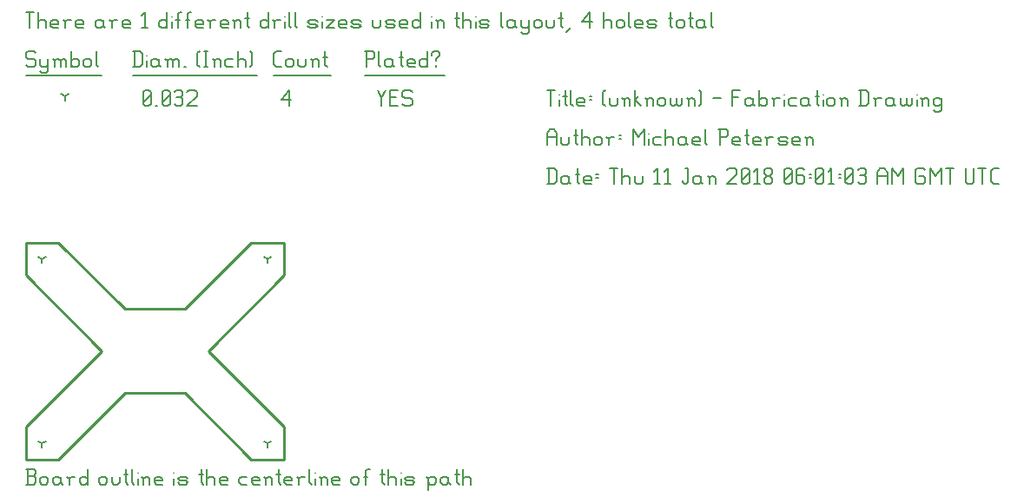
<source format=gbr>
G04 start of page 12 for group -3984 idx -3984 *
G04 Title: (unknown), fab *
G04 Creator: pcb 20140316 *
G04 CreationDate: Thu 11 Jan 2018 06:01:03 AM GMT UTC *
G04 For: railfan *
G04 Format: Gerber/RS-274X *
G04 PCB-Dimensions (mil): 992.13 834.65 *
G04 PCB-Coordinate-Origin: lower left *
%MOIN*%
%FSLAX25Y25*%
%LNFAB*%
%ADD27C,0.0100*%
%ADD26C,0.0075*%
%ADD25C,0.0060*%
%ADD24C,0.0080*%
G54D24*X6299Y77165D02*Y75565D01*
Y77165D02*X7686Y77965D01*
X6299Y77165D02*X4913Y77965D01*
X6299Y6299D02*Y4699D01*
Y6299D02*X7686Y7099D01*
X6299Y6299D02*X4913Y7099D01*
X92913Y77165D02*Y75565D01*
Y77165D02*X94300Y77965D01*
X92913Y77165D02*X91527Y77965D01*
X92913Y6299D02*Y4699D01*
Y6299D02*X94300Y7099D01*
X92913Y6299D02*X91527Y7099D01*
X15000Y139715D02*Y138115D01*
Y139715D02*X16387Y140515D01*
X15000Y139715D02*X13613Y140515D01*
G54D25*X135000Y141965D02*X136500Y138965D01*
X138000Y141965D01*
X136500Y138965D02*Y135965D01*
X139800Y139265D02*X142050D01*
X139800Y135965D02*X142800D01*
X139800Y141965D02*Y135965D01*
Y141965D02*X142800D01*
X147600D02*X148350Y141215D01*
X145350Y141965D02*X147600D01*
X144600Y141215D02*X145350Y141965D01*
X144600Y141215D02*Y139715D01*
X145350Y138965D01*
X147600D01*
X148350Y138215D01*
Y136715D01*
X147600Y135965D02*X148350Y136715D01*
X145350Y135965D02*X147600D01*
X144600Y136715D02*X145350Y135965D01*
X98000Y138215D02*X101000Y141965D01*
X98000Y138215D02*X101750D01*
X101000Y141965D02*Y135965D01*
X45000Y136715D02*X45750Y135965D01*
X45000Y141215D02*Y136715D01*
Y141215D02*X45750Y141965D01*
X47250D01*
X48000Y141215D01*
Y136715D01*
X47250Y135965D02*X48000Y136715D01*
X45750Y135965D02*X47250D01*
X45000Y137465D02*X48000Y140465D01*
X49800Y135965D02*X50550D01*
X52350Y136715D02*X53100Y135965D01*
X52350Y141215D02*Y136715D01*
Y141215D02*X53100Y141965D01*
X54600D01*
X55350Y141215D01*
Y136715D01*
X54600Y135965D02*X55350Y136715D01*
X53100Y135965D02*X54600D01*
X52350Y137465D02*X55350Y140465D01*
X57150Y141215D02*X57900Y141965D01*
X59400D01*
X60150Y141215D01*
X59400Y135965D02*X60150Y136715D01*
X57900Y135965D02*X59400D01*
X57150Y136715D02*X57900Y135965D01*
Y139265D02*X59400D01*
X60150Y141215D02*Y140015D01*
Y138515D02*Y136715D01*
Y138515D02*X59400Y139265D01*
X60150Y140015D02*X59400Y139265D01*
X61950Y141215D02*X62700Y141965D01*
X64950D01*
X65700Y141215D01*
Y139715D01*
X61950Y135965D02*X65700Y139715D01*
X61950Y135965D02*X65700D01*
X3000Y156965D02*X3750Y156215D01*
X750Y156965D02*X3000D01*
X0Y156215D02*X750Y156965D01*
X0Y156215D02*Y154715D01*
X750Y153965D01*
X3000D01*
X3750Y153215D01*
Y151715D01*
X3000Y150965D02*X3750Y151715D01*
X750Y150965D02*X3000D01*
X0Y151715D02*X750Y150965D01*
X5550Y153965D02*Y151715D01*
X6300Y150965D01*
X8550Y153965D02*Y149465D01*
X7800Y148715D02*X8550Y149465D01*
X6300Y148715D02*X7800D01*
X5550Y149465D02*X6300Y148715D01*
Y150965D02*X7800D01*
X8550Y151715D01*
X11100Y153215D02*Y150965D01*
Y153215D02*X11850Y153965D01*
X12600D01*
X13350Y153215D01*
Y150965D01*
Y153215D02*X14100Y153965D01*
X14850D01*
X15600Y153215D01*
Y150965D01*
X10350Y153965D02*X11100Y153215D01*
X17400Y156965D02*Y150965D01*
Y151715D02*X18150Y150965D01*
X19650D01*
X20400Y151715D01*
Y153215D02*Y151715D01*
X19650Y153965D02*X20400Y153215D01*
X18150Y153965D02*X19650D01*
X17400Y153215D02*X18150Y153965D01*
X22200Y153215D02*Y151715D01*
Y153215D02*X22950Y153965D01*
X24450D01*
X25200Y153215D01*
Y151715D01*
X24450Y150965D02*X25200Y151715D01*
X22950Y150965D02*X24450D01*
X22200Y151715D02*X22950Y150965D01*
X27000Y156965D02*Y151715D01*
X27750Y150965D01*
X0Y147715D02*X29250D01*
X41750Y156965D02*Y150965D01*
X43700Y156965D02*X44750Y155915D01*
Y152015D01*
X43700Y150965D02*X44750Y152015D01*
X41000Y150965D02*X43700D01*
X41000Y156965D02*X43700D01*
G54D26*X46550Y155465D02*Y155315D01*
G54D25*Y153215D02*Y150965D01*
X50300Y153965D02*X51050Y153215D01*
X48800Y153965D02*X50300D01*
X48050Y153215D02*X48800Y153965D01*
X48050Y153215D02*Y151715D01*
X48800Y150965D01*
X51050Y153965D02*Y151715D01*
X51800Y150965D01*
X48800D02*X50300D01*
X51050Y151715D01*
X54350Y153215D02*Y150965D01*
Y153215D02*X55100Y153965D01*
X55850D01*
X56600Y153215D01*
Y150965D01*
Y153215D02*X57350Y153965D01*
X58100D01*
X58850Y153215D01*
Y150965D01*
X53600Y153965D02*X54350Y153215D01*
X60650Y150965D02*X61400D01*
X65900Y151715D02*X66650Y150965D01*
X65900Y156215D02*X66650Y156965D01*
X65900Y156215D02*Y151715D01*
X68450Y156965D02*X69950D01*
X69200D02*Y150965D01*
X68450D02*X69950D01*
X72500Y153215D02*Y150965D01*
Y153215D02*X73250Y153965D01*
X74000D01*
X74750Y153215D01*
Y150965D01*
X71750Y153965D02*X72500Y153215D01*
X77300Y153965D02*X79550D01*
X76550Y153215D02*X77300Y153965D01*
X76550Y153215D02*Y151715D01*
X77300Y150965D01*
X79550D01*
X81350Y156965D02*Y150965D01*
Y153215D02*X82100Y153965D01*
X83600D01*
X84350Y153215D01*
Y150965D01*
X86150Y156965D02*X86900Y156215D01*
Y151715D01*
X86150Y150965D02*X86900Y151715D01*
X41000Y147715D02*X88700D01*
X96050Y150965D02*X98000D01*
X95000Y152015D02*X96050Y150965D01*
X95000Y155915D02*Y152015D01*
Y155915D02*X96050Y156965D01*
X98000D01*
X99800Y153215D02*Y151715D01*
Y153215D02*X100550Y153965D01*
X102050D01*
X102800Y153215D01*
Y151715D01*
X102050Y150965D02*X102800Y151715D01*
X100550Y150965D02*X102050D01*
X99800Y151715D02*X100550Y150965D01*
X104600Y153965D02*Y151715D01*
X105350Y150965D01*
X106850D01*
X107600Y151715D01*
Y153965D02*Y151715D01*
X110150Y153215D02*Y150965D01*
Y153215D02*X110900Y153965D01*
X111650D01*
X112400Y153215D01*
Y150965D01*
X109400Y153965D02*X110150Y153215D01*
X114950Y156965D02*Y151715D01*
X115700Y150965D01*
X114200Y154715D02*X115700D01*
X95000Y147715D02*X117200D01*
X130750Y156965D02*Y150965D01*
X130000Y156965D02*X133000D01*
X133750Y156215D01*
Y154715D01*
X133000Y153965D02*X133750Y154715D01*
X130750Y153965D02*X133000D01*
X135550Y156965D02*Y151715D01*
X136300Y150965D01*
X140050Y153965D02*X140800Y153215D01*
X138550Y153965D02*X140050D01*
X137800Y153215D02*X138550Y153965D01*
X137800Y153215D02*Y151715D01*
X138550Y150965D01*
X140800Y153965D02*Y151715D01*
X141550Y150965D01*
X138550D02*X140050D01*
X140800Y151715D01*
X144100Y156965D02*Y151715D01*
X144850Y150965D01*
X143350Y154715D02*X144850D01*
X147100Y150965D02*X149350D01*
X146350Y151715D02*X147100Y150965D01*
X146350Y153215D02*Y151715D01*
Y153215D02*X147100Y153965D01*
X148600D01*
X149350Y153215D01*
X146350Y152465D02*X149350D01*
Y153215D02*Y152465D01*
X154150Y156965D02*Y150965D01*
X153400D02*X154150Y151715D01*
X151900Y150965D02*X153400D01*
X151150Y151715D02*X151900Y150965D01*
X151150Y153215D02*Y151715D01*
Y153215D02*X151900Y153965D01*
X153400D01*
X154150Y153215D01*
X157450Y153965D02*Y153215D01*
Y151715D02*Y150965D01*
X155950Y156215D02*Y155465D01*
Y156215D02*X156700Y156965D01*
X158200D01*
X158950Y156215D01*
Y155465D01*
X157450Y153965D02*X158950Y155465D01*
X130000Y147715D02*X160750D01*
X0Y171965D02*X3000D01*
X1500D02*Y165965D01*
X4800Y171965D02*Y165965D01*
Y168215D02*X5550Y168965D01*
X7050D01*
X7800Y168215D01*
Y165965D01*
X10350D02*X12600D01*
X9600Y166715D02*X10350Y165965D01*
X9600Y168215D02*Y166715D01*
Y168215D02*X10350Y168965D01*
X11850D01*
X12600Y168215D01*
X9600Y167465D02*X12600D01*
Y168215D02*Y167465D01*
X15150Y168215D02*Y165965D01*
Y168215D02*X15900Y168965D01*
X17400D01*
X14400D02*X15150Y168215D01*
X19950Y165965D02*X22200D01*
X19200Y166715D02*X19950Y165965D01*
X19200Y168215D02*Y166715D01*
Y168215D02*X19950Y168965D01*
X21450D01*
X22200Y168215D01*
X19200Y167465D02*X22200D01*
Y168215D02*Y167465D01*
X28950Y168965D02*X29700Y168215D01*
X27450Y168965D02*X28950D01*
X26700Y168215D02*X27450Y168965D01*
X26700Y168215D02*Y166715D01*
X27450Y165965D01*
X29700Y168965D02*Y166715D01*
X30450Y165965D01*
X27450D02*X28950D01*
X29700Y166715D01*
X33000Y168215D02*Y165965D01*
Y168215D02*X33750Y168965D01*
X35250D01*
X32250D02*X33000Y168215D01*
X37800Y165965D02*X40050D01*
X37050Y166715D02*X37800Y165965D01*
X37050Y168215D02*Y166715D01*
Y168215D02*X37800Y168965D01*
X39300D01*
X40050Y168215D01*
X37050Y167465D02*X40050D01*
Y168215D02*Y167465D01*
X44550Y170765D02*X45750Y171965D01*
Y165965D01*
X44550D02*X46800D01*
X54300Y171965D02*Y165965D01*
X53550D02*X54300Y166715D01*
X52050Y165965D02*X53550D01*
X51300Y166715D02*X52050Y165965D01*
X51300Y168215D02*Y166715D01*
Y168215D02*X52050Y168965D01*
X53550D01*
X54300Y168215D01*
G54D26*X56100Y170465D02*Y170315D01*
G54D25*Y168215D02*Y165965D01*
X58350Y171215D02*Y165965D01*
Y171215D02*X59100Y171965D01*
X59850D01*
X57600Y168965D02*X59100D01*
X62100Y171215D02*Y165965D01*
Y171215D02*X62850Y171965D01*
X63600D01*
X61350Y168965D02*X62850D01*
X65850Y165965D02*X68100D01*
X65100Y166715D02*X65850Y165965D01*
X65100Y168215D02*Y166715D01*
Y168215D02*X65850Y168965D01*
X67350D01*
X68100Y168215D01*
X65100Y167465D02*X68100D01*
Y168215D02*Y167465D01*
X70650Y168215D02*Y165965D01*
Y168215D02*X71400Y168965D01*
X72900D01*
X69900D02*X70650Y168215D01*
X75450Y165965D02*X77700D01*
X74700Y166715D02*X75450Y165965D01*
X74700Y168215D02*Y166715D01*
Y168215D02*X75450Y168965D01*
X76950D01*
X77700Y168215D01*
X74700Y167465D02*X77700D01*
Y168215D02*Y167465D01*
X80250Y168215D02*Y165965D01*
Y168215D02*X81000Y168965D01*
X81750D01*
X82500Y168215D01*
Y165965D01*
X79500Y168965D02*X80250Y168215D01*
X85050Y171965D02*Y166715D01*
X85800Y165965D01*
X84300Y169715D02*X85800D01*
X93000Y171965D02*Y165965D01*
X92250D02*X93000Y166715D01*
X90750Y165965D02*X92250D01*
X90000Y166715D02*X90750Y165965D01*
X90000Y168215D02*Y166715D01*
Y168215D02*X90750Y168965D01*
X92250D01*
X93000Y168215D01*
X95550D02*Y165965D01*
Y168215D02*X96300Y168965D01*
X97800D01*
X94800D02*X95550Y168215D01*
G54D26*X99600Y170465D02*Y170315D01*
G54D25*Y168215D02*Y165965D01*
X101100Y171965D02*Y166715D01*
X101850Y165965D01*
X103350Y171965D02*Y166715D01*
X104100Y165965D01*
X109050D02*X111300D01*
X112050Y166715D01*
X111300Y167465D02*X112050Y166715D01*
X109050Y167465D02*X111300D01*
X108300Y168215D02*X109050Y167465D01*
X108300Y168215D02*X109050Y168965D01*
X111300D01*
X112050Y168215D01*
X108300Y166715D02*X109050Y165965D01*
G54D26*X113850Y170465D02*Y170315D01*
G54D25*Y168215D02*Y165965D01*
X115350Y168965D02*X118350D01*
X115350Y165965D02*X118350Y168965D01*
X115350Y165965D02*X118350D01*
X120900D02*X123150D01*
X120150Y166715D02*X120900Y165965D01*
X120150Y168215D02*Y166715D01*
Y168215D02*X120900Y168965D01*
X122400D01*
X123150Y168215D01*
X120150Y167465D02*X123150D01*
Y168215D02*Y167465D01*
X125700Y165965D02*X127950D01*
X128700Y166715D01*
X127950Y167465D02*X128700Y166715D01*
X125700Y167465D02*X127950D01*
X124950Y168215D02*X125700Y167465D01*
X124950Y168215D02*X125700Y168965D01*
X127950D01*
X128700Y168215D01*
X124950Y166715D02*X125700Y165965D01*
X133200Y168965D02*Y166715D01*
X133950Y165965D01*
X135450D01*
X136200Y166715D01*
Y168965D02*Y166715D01*
X138750Y165965D02*X141000D01*
X141750Y166715D01*
X141000Y167465D02*X141750Y166715D01*
X138750Y167465D02*X141000D01*
X138000Y168215D02*X138750Y167465D01*
X138000Y168215D02*X138750Y168965D01*
X141000D01*
X141750Y168215D01*
X138000Y166715D02*X138750Y165965D01*
X144300D02*X146550D01*
X143550Y166715D02*X144300Y165965D01*
X143550Y168215D02*Y166715D01*
Y168215D02*X144300Y168965D01*
X145800D01*
X146550Y168215D01*
X143550Y167465D02*X146550D01*
Y168215D02*Y167465D01*
X151350Y171965D02*Y165965D01*
X150600D02*X151350Y166715D01*
X149100Y165965D02*X150600D01*
X148350Y166715D02*X149100Y165965D01*
X148350Y168215D02*Y166715D01*
Y168215D02*X149100Y168965D01*
X150600D01*
X151350Y168215D01*
G54D26*X155850Y170465D02*Y170315D01*
G54D25*Y168215D02*Y165965D01*
X158100Y168215D02*Y165965D01*
Y168215D02*X158850Y168965D01*
X159600D01*
X160350Y168215D01*
Y165965D01*
X157350Y168965D02*X158100Y168215D01*
X165600Y171965D02*Y166715D01*
X166350Y165965D01*
X164850Y169715D02*X166350D01*
X167850Y171965D02*Y165965D01*
Y168215D02*X168600Y168965D01*
X170100D01*
X170850Y168215D01*
Y165965D01*
G54D26*X172650Y170465D02*Y170315D01*
G54D25*Y168215D02*Y165965D01*
X174900D02*X177150D01*
X177900Y166715D01*
X177150Y167465D02*X177900Y166715D01*
X174900Y167465D02*X177150D01*
X174150Y168215D02*X174900Y167465D01*
X174150Y168215D02*X174900Y168965D01*
X177150D01*
X177900Y168215D01*
X174150Y166715D02*X174900Y165965D01*
X182400Y171965D02*Y166715D01*
X183150Y165965D01*
X186900Y168965D02*X187650Y168215D01*
X185400Y168965D02*X186900D01*
X184650Y168215D02*X185400Y168965D01*
X184650Y168215D02*Y166715D01*
X185400Y165965D01*
X187650Y168965D02*Y166715D01*
X188400Y165965D01*
X185400D02*X186900D01*
X187650Y166715D01*
X190200Y168965D02*Y166715D01*
X190950Y165965D01*
X193200Y168965D02*Y164465D01*
X192450Y163715D02*X193200Y164465D01*
X190950Y163715D02*X192450D01*
X190200Y164465D02*X190950Y163715D01*
Y165965D02*X192450D01*
X193200Y166715D01*
X195000Y168215D02*Y166715D01*
Y168215D02*X195750Y168965D01*
X197250D01*
X198000Y168215D01*
Y166715D01*
X197250Y165965D02*X198000Y166715D01*
X195750Y165965D02*X197250D01*
X195000Y166715D02*X195750Y165965D01*
X199800Y168965D02*Y166715D01*
X200550Y165965D01*
X202050D01*
X202800Y166715D01*
Y168965D02*Y166715D01*
X205350Y171965D02*Y166715D01*
X206100Y165965D01*
X204600Y169715D02*X206100D01*
X207600Y164465D02*X209100Y165965D01*
X213600Y168215D02*X216600Y171965D01*
X213600Y168215D02*X217350D01*
X216600Y171965D02*Y165965D01*
X221850Y171965D02*Y165965D01*
Y168215D02*X222600Y168965D01*
X224100D01*
X224850Y168215D01*
Y165965D01*
X226650Y168215D02*Y166715D01*
Y168215D02*X227400Y168965D01*
X228900D01*
X229650Y168215D01*
Y166715D01*
X228900Y165965D02*X229650Y166715D01*
X227400Y165965D02*X228900D01*
X226650Y166715D02*X227400Y165965D01*
X231450Y171965D02*Y166715D01*
X232200Y165965D01*
X234450D02*X236700D01*
X233700Y166715D02*X234450Y165965D01*
X233700Y168215D02*Y166715D01*
Y168215D02*X234450Y168965D01*
X235950D01*
X236700Y168215D01*
X233700Y167465D02*X236700D01*
Y168215D02*Y167465D01*
X239250Y165965D02*X241500D01*
X242250Y166715D01*
X241500Y167465D02*X242250Y166715D01*
X239250Y167465D02*X241500D01*
X238500Y168215D02*X239250Y167465D01*
X238500Y168215D02*X239250Y168965D01*
X241500D01*
X242250Y168215D01*
X238500Y166715D02*X239250Y165965D01*
X247500Y171965D02*Y166715D01*
X248250Y165965D01*
X246750Y169715D02*X248250D01*
X249750Y168215D02*Y166715D01*
Y168215D02*X250500Y168965D01*
X252000D01*
X252750Y168215D01*
Y166715D01*
X252000Y165965D02*X252750Y166715D01*
X250500Y165965D02*X252000D01*
X249750Y166715D02*X250500Y165965D01*
X255300Y171965D02*Y166715D01*
X256050Y165965D01*
X254550Y169715D02*X256050D01*
X259800Y168965D02*X260550Y168215D01*
X258300Y168965D02*X259800D01*
X257550Y168215D02*X258300Y168965D01*
X257550Y168215D02*Y166715D01*
X258300Y165965D01*
X260550Y168965D02*Y166715D01*
X261300Y165965D01*
X258300D02*X259800D01*
X260550Y166715D01*
X263100Y171965D02*Y166715D01*
X263850Y165965D01*
G54D27*X0Y83465D02*Y70866D01*
Y83465D02*X12598D01*
X99213D02*Y70866D01*
X86614Y83465D02*X99213D01*
Y0D02*Y12598D01*
X86614Y0D02*X99213D01*
X0Y12598D02*Y0D01*
X12598D01*
X0Y70866D02*X29134Y41732D01*
X0Y12598D01*
X99213Y70866D02*X70079Y41732D01*
X99213Y12598D01*
X12598Y0D02*X38189Y25591D01*
X86614Y0D02*X61024Y25591D01*
X38189D01*
X12598Y83465D02*X38189Y57874D01*
X86614Y83465D02*X61024Y57874D01*
X38189D01*
G54D25*X0Y-9500D02*X3000D01*
X3750Y-8750D01*
Y-6950D02*Y-8750D01*
X3000Y-6200D02*X3750Y-6950D01*
X750Y-6200D02*X3000D01*
X750Y-3500D02*Y-9500D01*
X0Y-3500D02*X3000D01*
X3750Y-4250D01*
Y-5450D01*
X3000Y-6200D02*X3750Y-5450D01*
X5550Y-7250D02*Y-8750D01*
Y-7250D02*X6300Y-6500D01*
X7800D01*
X8550Y-7250D01*
Y-8750D01*
X7800Y-9500D02*X8550Y-8750D01*
X6300Y-9500D02*X7800D01*
X5550Y-8750D02*X6300Y-9500D01*
X12600Y-6500D02*X13350Y-7250D01*
X11100Y-6500D02*X12600D01*
X10350Y-7250D02*X11100Y-6500D01*
X10350Y-7250D02*Y-8750D01*
X11100Y-9500D01*
X13350Y-6500D02*Y-8750D01*
X14100Y-9500D01*
X11100D02*X12600D01*
X13350Y-8750D01*
X16650Y-7250D02*Y-9500D01*
Y-7250D02*X17400Y-6500D01*
X18900D01*
X15900D02*X16650Y-7250D01*
X23700Y-3500D02*Y-9500D01*
X22950D02*X23700Y-8750D01*
X21450Y-9500D02*X22950D01*
X20700Y-8750D02*X21450Y-9500D01*
X20700Y-7250D02*Y-8750D01*
Y-7250D02*X21450Y-6500D01*
X22950D01*
X23700Y-7250D01*
X28200D02*Y-8750D01*
Y-7250D02*X28950Y-6500D01*
X30450D01*
X31200Y-7250D01*
Y-8750D01*
X30450Y-9500D02*X31200Y-8750D01*
X28950Y-9500D02*X30450D01*
X28200Y-8750D02*X28950Y-9500D01*
X33000Y-6500D02*Y-8750D01*
X33750Y-9500D01*
X35250D01*
X36000Y-8750D01*
Y-6500D02*Y-8750D01*
X38550Y-3500D02*Y-8750D01*
X39300Y-9500D01*
X37800Y-5750D02*X39300D01*
X40800Y-3500D02*Y-8750D01*
X41550Y-9500D01*
G54D26*X43050Y-5000D02*Y-5150D01*
G54D25*Y-7250D02*Y-9500D01*
X45300Y-7250D02*Y-9500D01*
Y-7250D02*X46050Y-6500D01*
X46800D01*
X47550Y-7250D01*
Y-9500D01*
X44550Y-6500D02*X45300Y-7250D01*
X50100Y-9500D02*X52350D01*
X49350Y-8750D02*X50100Y-9500D01*
X49350Y-7250D02*Y-8750D01*
Y-7250D02*X50100Y-6500D01*
X51600D01*
X52350Y-7250D01*
X49350Y-8000D02*X52350D01*
Y-7250D02*Y-8000D01*
G54D26*X56850Y-5000D02*Y-5150D01*
G54D25*Y-7250D02*Y-9500D01*
X59100D02*X61350D01*
X62100Y-8750D01*
X61350Y-8000D02*X62100Y-8750D01*
X59100Y-8000D02*X61350D01*
X58350Y-7250D02*X59100Y-8000D01*
X58350Y-7250D02*X59100Y-6500D01*
X61350D01*
X62100Y-7250D01*
X58350Y-8750D02*X59100Y-9500D01*
X67350Y-3500D02*Y-8750D01*
X68100Y-9500D01*
X66600Y-5750D02*X68100D01*
X69600Y-3500D02*Y-9500D01*
Y-7250D02*X70350Y-6500D01*
X71850D01*
X72600Y-7250D01*
Y-9500D01*
X75150D02*X77400D01*
X74400Y-8750D02*X75150Y-9500D01*
X74400Y-7250D02*Y-8750D01*
Y-7250D02*X75150Y-6500D01*
X76650D01*
X77400Y-7250D01*
X74400Y-8000D02*X77400D01*
Y-7250D02*Y-8000D01*
X82650Y-6500D02*X84900D01*
X81900Y-7250D02*X82650Y-6500D01*
X81900Y-7250D02*Y-8750D01*
X82650Y-9500D01*
X84900D01*
X87450D02*X89700D01*
X86700Y-8750D02*X87450Y-9500D01*
X86700Y-7250D02*Y-8750D01*
Y-7250D02*X87450Y-6500D01*
X88950D01*
X89700Y-7250D01*
X86700Y-8000D02*X89700D01*
Y-7250D02*Y-8000D01*
X92250Y-7250D02*Y-9500D01*
Y-7250D02*X93000Y-6500D01*
X93750D01*
X94500Y-7250D01*
Y-9500D01*
X91500Y-6500D02*X92250Y-7250D01*
X97050Y-3500D02*Y-8750D01*
X97800Y-9500D01*
X96300Y-5750D02*X97800D01*
X100050Y-9500D02*X102300D01*
X99300Y-8750D02*X100050Y-9500D01*
X99300Y-7250D02*Y-8750D01*
Y-7250D02*X100050Y-6500D01*
X101550D01*
X102300Y-7250D01*
X99300Y-8000D02*X102300D01*
Y-7250D02*Y-8000D01*
X104850Y-7250D02*Y-9500D01*
Y-7250D02*X105600Y-6500D01*
X107100D01*
X104100D02*X104850Y-7250D01*
X108900Y-3500D02*Y-8750D01*
X109650Y-9500D01*
G54D26*X111150Y-5000D02*Y-5150D01*
G54D25*Y-7250D02*Y-9500D01*
X113400Y-7250D02*Y-9500D01*
Y-7250D02*X114150Y-6500D01*
X114900D01*
X115650Y-7250D01*
Y-9500D01*
X112650Y-6500D02*X113400Y-7250D01*
X118200Y-9500D02*X120450D01*
X117450Y-8750D02*X118200Y-9500D01*
X117450Y-7250D02*Y-8750D01*
Y-7250D02*X118200Y-6500D01*
X119700D01*
X120450Y-7250D01*
X117450Y-8000D02*X120450D01*
Y-7250D02*Y-8000D01*
X124950Y-7250D02*Y-8750D01*
Y-7250D02*X125700Y-6500D01*
X127200D01*
X127950Y-7250D01*
Y-8750D01*
X127200Y-9500D02*X127950Y-8750D01*
X125700Y-9500D02*X127200D01*
X124950Y-8750D02*X125700Y-9500D01*
X130500Y-4250D02*Y-9500D01*
Y-4250D02*X131250Y-3500D01*
X132000D01*
X129750Y-6500D02*X131250D01*
X136950Y-3500D02*Y-8750D01*
X137700Y-9500D01*
X136200Y-5750D02*X137700D01*
X139200Y-3500D02*Y-9500D01*
Y-7250D02*X139950Y-6500D01*
X141450D01*
X142200Y-7250D01*
Y-9500D01*
G54D26*X144000Y-5000D02*Y-5150D01*
G54D25*Y-7250D02*Y-9500D01*
X146250D02*X148500D01*
X149250Y-8750D01*
X148500Y-8000D02*X149250Y-8750D01*
X146250Y-8000D02*X148500D01*
X145500Y-7250D02*X146250Y-8000D01*
X145500Y-7250D02*X146250Y-6500D01*
X148500D01*
X149250Y-7250D01*
X145500Y-8750D02*X146250Y-9500D01*
X154500Y-7250D02*Y-11750D01*
X153750Y-6500D02*X154500Y-7250D01*
X155250Y-6500D01*
X156750D01*
X157500Y-7250D01*
Y-8750D01*
X156750Y-9500D02*X157500Y-8750D01*
X155250Y-9500D02*X156750D01*
X154500Y-8750D02*X155250Y-9500D01*
X161550Y-6500D02*X162300Y-7250D01*
X160050Y-6500D02*X161550D01*
X159300Y-7250D02*X160050Y-6500D01*
X159300Y-7250D02*Y-8750D01*
X160050Y-9500D01*
X162300Y-6500D02*Y-8750D01*
X163050Y-9500D01*
X160050D02*X161550D01*
X162300Y-8750D01*
X165600Y-3500D02*Y-8750D01*
X166350Y-9500D01*
X164850Y-5750D02*X166350D01*
X167850Y-3500D02*Y-9500D01*
Y-7250D02*X168600Y-6500D01*
X170100D01*
X170850Y-7250D01*
Y-9500D01*
X200750Y111965D02*Y105965D01*
X202700Y111965D02*X203750Y110915D01*
Y107015D01*
X202700Y105965D02*X203750Y107015D01*
X200000Y105965D02*X202700D01*
X200000Y111965D02*X202700D01*
X207800Y108965D02*X208550Y108215D01*
X206300Y108965D02*X207800D01*
X205550Y108215D02*X206300Y108965D01*
X205550Y108215D02*Y106715D01*
X206300Y105965D01*
X208550Y108965D02*Y106715D01*
X209300Y105965D01*
X206300D02*X207800D01*
X208550Y106715D01*
X211850Y111965D02*Y106715D01*
X212600Y105965D01*
X211100Y109715D02*X212600D01*
X214850Y105965D02*X217100D01*
X214100Y106715D02*X214850Y105965D01*
X214100Y108215D02*Y106715D01*
Y108215D02*X214850Y108965D01*
X216350D01*
X217100Y108215D01*
X214100Y107465D02*X217100D01*
Y108215D02*Y107465D01*
X218900Y109715D02*X219650D01*
X218900Y108215D02*X219650D01*
X224150Y111965D02*X227150D01*
X225650D02*Y105965D01*
X228950Y111965D02*Y105965D01*
Y108215D02*X229700Y108965D01*
X231200D01*
X231950Y108215D01*
Y105965D01*
X233750Y108965D02*Y106715D01*
X234500Y105965D01*
X236000D01*
X236750Y106715D01*
Y108965D02*Y106715D01*
X241250Y110765D02*X242450Y111965D01*
Y105965D01*
X241250D02*X243500D01*
X245300Y110765D02*X246500Y111965D01*
Y105965D01*
X245300D02*X247550D01*
X253100Y111965D02*X254300D01*
Y106715D01*
X253550Y105965D02*X254300Y106715D01*
X252800Y105965D02*X253550D01*
X252050Y106715D02*X252800Y105965D01*
X252050Y107465D02*Y106715D01*
X258350Y108965D02*X259100Y108215D01*
X256850Y108965D02*X258350D01*
X256100Y108215D02*X256850Y108965D01*
X256100Y108215D02*Y106715D01*
X256850Y105965D01*
X259100Y108965D02*Y106715D01*
X259850Y105965D01*
X256850D02*X258350D01*
X259100Y106715D01*
X262400Y108215D02*Y105965D01*
Y108215D02*X263150Y108965D01*
X263900D01*
X264650Y108215D01*
Y105965D01*
X261650Y108965D02*X262400Y108215D01*
X269150Y111215D02*X269900Y111965D01*
X272150D01*
X272900Y111215D01*
Y109715D01*
X269150Y105965D02*X272900Y109715D01*
X269150Y105965D02*X272900D01*
X274700Y106715D02*X275450Y105965D01*
X274700Y111215D02*Y106715D01*
Y111215D02*X275450Y111965D01*
X276950D01*
X277700Y111215D01*
Y106715D01*
X276950Y105965D02*X277700Y106715D01*
X275450Y105965D02*X276950D01*
X274700Y107465D02*X277700Y110465D01*
X279500Y110765D02*X280700Y111965D01*
Y105965D01*
X279500D02*X281750D01*
X283550Y106715D02*X284300Y105965D01*
X283550Y107915D02*Y106715D01*
Y107915D02*X284600Y108965D01*
X285500D01*
X286550Y107915D01*
Y106715D01*
X285800Y105965D02*X286550Y106715D01*
X284300Y105965D02*X285800D01*
X283550Y110015D02*X284600Y108965D01*
X283550Y111215D02*Y110015D01*
Y111215D02*X284300Y111965D01*
X285800D01*
X286550Y111215D01*
Y110015D01*
X285500Y108965D02*X286550Y110015D01*
X291050Y106715D02*X291800Y105965D01*
X291050Y111215D02*Y106715D01*
Y111215D02*X291800Y111965D01*
X293300D01*
X294050Y111215D01*
Y106715D01*
X293300Y105965D02*X294050Y106715D01*
X291800Y105965D02*X293300D01*
X291050Y107465D02*X294050Y110465D01*
X298100Y111965D02*X298850Y111215D01*
X296600Y111965D02*X298100D01*
X295850Y111215D02*X296600Y111965D01*
X295850Y111215D02*Y106715D01*
X296600Y105965D01*
X298100Y109265D02*X298850Y108515D01*
X295850Y109265D02*X298100D01*
X296600Y105965D02*X298100D01*
X298850Y106715D01*
Y108515D02*Y106715D01*
X300650Y109715D02*X301400D01*
X300650Y108215D02*X301400D01*
X303200Y106715D02*X303950Y105965D01*
X303200Y111215D02*Y106715D01*
Y111215D02*X303950Y111965D01*
X305450D01*
X306200Y111215D01*
Y106715D01*
X305450Y105965D02*X306200Y106715D01*
X303950Y105965D02*X305450D01*
X303200Y107465D02*X306200Y110465D01*
X308000Y110765D02*X309200Y111965D01*
Y105965D01*
X308000D02*X310250D01*
X312050Y109715D02*X312800D01*
X312050Y108215D02*X312800D01*
X314600Y106715D02*X315350Y105965D01*
X314600Y111215D02*Y106715D01*
Y111215D02*X315350Y111965D01*
X316850D01*
X317600Y111215D01*
Y106715D01*
X316850Y105965D02*X317600Y106715D01*
X315350Y105965D02*X316850D01*
X314600Y107465D02*X317600Y110465D01*
X319400Y111215D02*X320150Y111965D01*
X321650D01*
X322400Y111215D01*
X321650Y105965D02*X322400Y106715D01*
X320150Y105965D02*X321650D01*
X319400Y106715D02*X320150Y105965D01*
Y109265D02*X321650D01*
X322400Y111215D02*Y110015D01*
Y108515D02*Y106715D01*
Y108515D02*X321650Y109265D01*
X322400Y110015D02*X321650Y109265D01*
X326900Y110465D02*Y105965D01*
Y110465D02*X327950Y111965D01*
X329600D01*
X330650Y110465D01*
Y105965D01*
X326900Y108965D02*X330650D01*
X332450Y111965D02*Y105965D01*
Y111965D02*X334700Y108965D01*
X336950Y111965D01*
Y105965D01*
X344450Y111965D02*X345200Y111215D01*
X342200Y111965D02*X344450D01*
X341450Y111215D02*X342200Y111965D01*
X341450Y111215D02*Y106715D01*
X342200Y105965D01*
X344450D01*
X345200Y106715D01*
Y108215D02*Y106715D01*
X344450Y108965D02*X345200Y108215D01*
X342950Y108965D02*X344450D01*
X347000Y111965D02*Y105965D01*
Y111965D02*X349250Y108965D01*
X351500Y111965D01*
Y105965D01*
X353300Y111965D02*X356300D01*
X354800D02*Y105965D01*
X360800Y111965D02*Y106715D01*
X361550Y105965D01*
X363050D01*
X363800Y106715D01*
Y111965D02*Y106715D01*
X365600Y111965D02*X368600D01*
X367100D02*Y105965D01*
X371450D02*X373400D01*
X370400Y107015D02*X371450Y105965D01*
X370400Y110915D02*Y107015D01*
Y110915D02*X371450Y111965D01*
X373400D01*
X200000Y125465D02*Y120965D01*
Y125465D02*X201050Y126965D01*
X202700D01*
X203750Y125465D01*
Y120965D01*
X200000Y123965D02*X203750D01*
X205550D02*Y121715D01*
X206300Y120965D01*
X207800D01*
X208550Y121715D01*
Y123965D02*Y121715D01*
X211100Y126965D02*Y121715D01*
X211850Y120965D01*
X210350Y124715D02*X211850D01*
X213350Y126965D02*Y120965D01*
Y123215D02*X214100Y123965D01*
X215600D01*
X216350Y123215D01*
Y120965D01*
X218150Y123215D02*Y121715D01*
Y123215D02*X218900Y123965D01*
X220400D01*
X221150Y123215D01*
Y121715D01*
X220400Y120965D02*X221150Y121715D01*
X218900Y120965D02*X220400D01*
X218150Y121715D02*X218900Y120965D01*
X223700Y123215D02*Y120965D01*
Y123215D02*X224450Y123965D01*
X225950D01*
X222950D02*X223700Y123215D01*
X227750Y124715D02*X228500D01*
X227750Y123215D02*X228500D01*
X233000Y126965D02*Y120965D01*
Y126965D02*X235250Y123965D01*
X237500Y126965D01*
Y120965D01*
G54D26*X239300Y125465D02*Y125315D01*
G54D25*Y123215D02*Y120965D01*
X241550Y123965D02*X243800D01*
X240800Y123215D02*X241550Y123965D01*
X240800Y123215D02*Y121715D01*
X241550Y120965D01*
X243800D01*
X245600Y126965D02*Y120965D01*
Y123215D02*X246350Y123965D01*
X247850D01*
X248600Y123215D01*
Y120965D01*
X252650Y123965D02*X253400Y123215D01*
X251150Y123965D02*X252650D01*
X250400Y123215D02*X251150Y123965D01*
X250400Y123215D02*Y121715D01*
X251150Y120965D01*
X253400Y123965D02*Y121715D01*
X254150Y120965D01*
X251150D02*X252650D01*
X253400Y121715D01*
X256700Y120965D02*X258950D01*
X255950Y121715D02*X256700Y120965D01*
X255950Y123215D02*Y121715D01*
Y123215D02*X256700Y123965D01*
X258200D01*
X258950Y123215D01*
X255950Y122465D02*X258950D01*
Y123215D02*Y122465D01*
X260750Y126965D02*Y121715D01*
X261500Y120965D01*
X266450Y126965D02*Y120965D01*
X265700Y126965D02*X268700D01*
X269450Y126215D01*
Y124715D01*
X268700Y123965D02*X269450Y124715D01*
X266450Y123965D02*X268700D01*
X272000Y120965D02*X274250D01*
X271250Y121715D02*X272000Y120965D01*
X271250Y123215D02*Y121715D01*
Y123215D02*X272000Y123965D01*
X273500D01*
X274250Y123215D01*
X271250Y122465D02*X274250D01*
Y123215D02*Y122465D01*
X276800Y126965D02*Y121715D01*
X277550Y120965D01*
X276050Y124715D02*X277550D01*
X279800Y120965D02*X282050D01*
X279050Y121715D02*X279800Y120965D01*
X279050Y123215D02*Y121715D01*
Y123215D02*X279800Y123965D01*
X281300D01*
X282050Y123215D01*
X279050Y122465D02*X282050D01*
Y123215D02*Y122465D01*
X284600Y123215D02*Y120965D01*
Y123215D02*X285350Y123965D01*
X286850D01*
X283850D02*X284600Y123215D01*
X289400Y120965D02*X291650D01*
X292400Y121715D01*
X291650Y122465D02*X292400Y121715D01*
X289400Y122465D02*X291650D01*
X288650Y123215D02*X289400Y122465D01*
X288650Y123215D02*X289400Y123965D01*
X291650D01*
X292400Y123215D01*
X288650Y121715D02*X289400Y120965D01*
X294950D02*X297200D01*
X294200Y121715D02*X294950Y120965D01*
X294200Y123215D02*Y121715D01*
Y123215D02*X294950Y123965D01*
X296450D01*
X297200Y123215D01*
X294200Y122465D02*X297200D01*
Y123215D02*Y122465D01*
X299750Y123215D02*Y120965D01*
Y123215D02*X300500Y123965D01*
X301250D01*
X302000Y123215D01*
Y120965D01*
X299000Y123965D02*X299750Y123215D01*
X200000Y141965D02*X203000D01*
X201500D02*Y135965D01*
G54D26*X204800Y140465D02*Y140315D01*
G54D25*Y138215D02*Y135965D01*
X207050Y141965D02*Y136715D01*
X207800Y135965D01*
X206300Y139715D02*X207800D01*
X209300Y141965D02*Y136715D01*
X210050Y135965D01*
X212300D02*X214550D01*
X211550Y136715D02*X212300Y135965D01*
X211550Y138215D02*Y136715D01*
Y138215D02*X212300Y138965D01*
X213800D01*
X214550Y138215D01*
X211550Y137465D02*X214550D01*
Y138215D02*Y137465D01*
X216350Y139715D02*X217100D01*
X216350Y138215D02*X217100D01*
X221600Y136715D02*X222350Y135965D01*
X221600Y141215D02*X222350Y141965D01*
X221600Y141215D02*Y136715D01*
X224150Y138965D02*Y136715D01*
X224900Y135965D01*
X226400D01*
X227150Y136715D01*
Y138965D02*Y136715D01*
X229700Y138215D02*Y135965D01*
Y138215D02*X230450Y138965D01*
X231200D01*
X231950Y138215D01*
Y135965D01*
X228950Y138965D02*X229700Y138215D01*
X233750Y141965D02*Y135965D01*
Y138215D02*X236000Y135965D01*
X233750Y138215D02*X235250Y139715D01*
X238550Y138215D02*Y135965D01*
Y138215D02*X239300Y138965D01*
X240050D01*
X240800Y138215D01*
Y135965D01*
X237800Y138965D02*X238550Y138215D01*
X242600D02*Y136715D01*
Y138215D02*X243350Y138965D01*
X244850D01*
X245600Y138215D01*
Y136715D01*
X244850Y135965D02*X245600Y136715D01*
X243350Y135965D02*X244850D01*
X242600Y136715D02*X243350Y135965D01*
X247400Y138965D02*Y136715D01*
X248150Y135965D01*
X248900D01*
X249650Y136715D01*
Y138965D02*Y136715D01*
X250400Y135965D01*
X251150D01*
X251900Y136715D01*
Y138965D02*Y136715D01*
X254450Y138215D02*Y135965D01*
Y138215D02*X255200Y138965D01*
X255950D01*
X256700Y138215D01*
Y135965D01*
X253700Y138965D02*X254450Y138215D01*
X258500Y141965D02*X259250Y141215D01*
Y136715D01*
X258500Y135965D02*X259250Y136715D01*
X263750Y138965D02*X266750D01*
X271250Y141965D02*Y135965D01*
Y141965D02*X274250D01*
X271250Y139265D02*X273500D01*
X278300Y138965D02*X279050Y138215D01*
X276800Y138965D02*X278300D01*
X276050Y138215D02*X276800Y138965D01*
X276050Y138215D02*Y136715D01*
X276800Y135965D01*
X279050Y138965D02*Y136715D01*
X279800Y135965D01*
X276800D02*X278300D01*
X279050Y136715D01*
X281600Y141965D02*Y135965D01*
Y136715D02*X282350Y135965D01*
X283850D01*
X284600Y136715D01*
Y138215D02*Y136715D01*
X283850Y138965D02*X284600Y138215D01*
X282350Y138965D02*X283850D01*
X281600Y138215D02*X282350Y138965D01*
X287150Y138215D02*Y135965D01*
Y138215D02*X287900Y138965D01*
X289400D01*
X286400D02*X287150Y138215D01*
G54D26*X291200Y140465D02*Y140315D01*
G54D25*Y138215D02*Y135965D01*
X293450Y138965D02*X295700D01*
X292700Y138215D02*X293450Y138965D01*
X292700Y138215D02*Y136715D01*
X293450Y135965D01*
X295700D01*
X299750Y138965D02*X300500Y138215D01*
X298250Y138965D02*X299750D01*
X297500Y138215D02*X298250Y138965D01*
X297500Y138215D02*Y136715D01*
X298250Y135965D01*
X300500Y138965D02*Y136715D01*
X301250Y135965D01*
X298250D02*X299750D01*
X300500Y136715D01*
X303800Y141965D02*Y136715D01*
X304550Y135965D01*
X303050Y139715D02*X304550D01*
G54D26*X306050Y140465D02*Y140315D01*
G54D25*Y138215D02*Y135965D01*
X307550Y138215D02*Y136715D01*
Y138215D02*X308300Y138965D01*
X309800D01*
X310550Y138215D01*
Y136715D01*
X309800Y135965D02*X310550Y136715D01*
X308300Y135965D02*X309800D01*
X307550Y136715D02*X308300Y135965D01*
X313100Y138215D02*Y135965D01*
Y138215D02*X313850Y138965D01*
X314600D01*
X315350Y138215D01*
Y135965D01*
X312350Y138965D02*X313100Y138215D01*
X320600Y141965D02*Y135965D01*
X322550Y141965D02*X323600Y140915D01*
Y137015D01*
X322550Y135965D02*X323600Y137015D01*
X319850Y135965D02*X322550D01*
X319850Y141965D02*X322550D01*
X326150Y138215D02*Y135965D01*
Y138215D02*X326900Y138965D01*
X328400D01*
X325400D02*X326150Y138215D01*
X332450Y138965D02*X333200Y138215D01*
X330950Y138965D02*X332450D01*
X330200Y138215D02*X330950Y138965D01*
X330200Y138215D02*Y136715D01*
X330950Y135965D01*
X333200Y138965D02*Y136715D01*
X333950Y135965D01*
X330950D02*X332450D01*
X333200Y136715D01*
X335750Y138965D02*Y136715D01*
X336500Y135965D01*
X337250D01*
X338000Y136715D01*
Y138965D02*Y136715D01*
X338750Y135965D01*
X339500D01*
X340250Y136715D01*
Y138965D02*Y136715D01*
G54D26*X342050Y140465D02*Y140315D01*
G54D25*Y138215D02*Y135965D01*
X344300Y138215D02*Y135965D01*
Y138215D02*X345050Y138965D01*
X345800D01*
X346550Y138215D01*
Y135965D01*
X343550Y138965D02*X344300Y138215D01*
X350600Y138965D02*X351350Y138215D01*
X349100Y138965D02*X350600D01*
X348350Y138215D02*X349100Y138965D01*
X348350Y138215D02*Y136715D01*
X349100Y135965D01*
X350600D01*
X351350Y136715D01*
X348350Y134465D02*X349100Y133715D01*
X350600D01*
X351350Y134465D01*
Y138965D02*Y134465D01*
M02*

</source>
